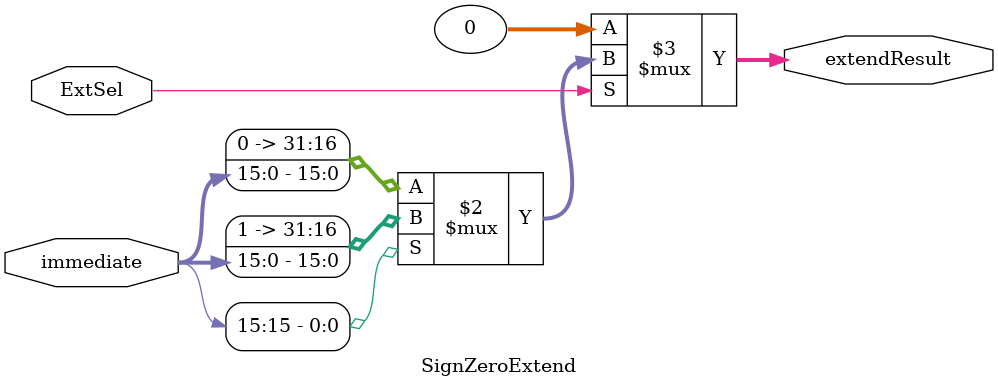
<source format=v>
module SignZeroExtend(
input [15:0] immediate,
input ExtSel,
output wire [31:0] extendResult
  );

assign extendResult = ExtSel?(immediate[15]==0?{16'h0000,immediate}:{16'hffff,immediate}):32'h00000000;


endmodule

</source>
